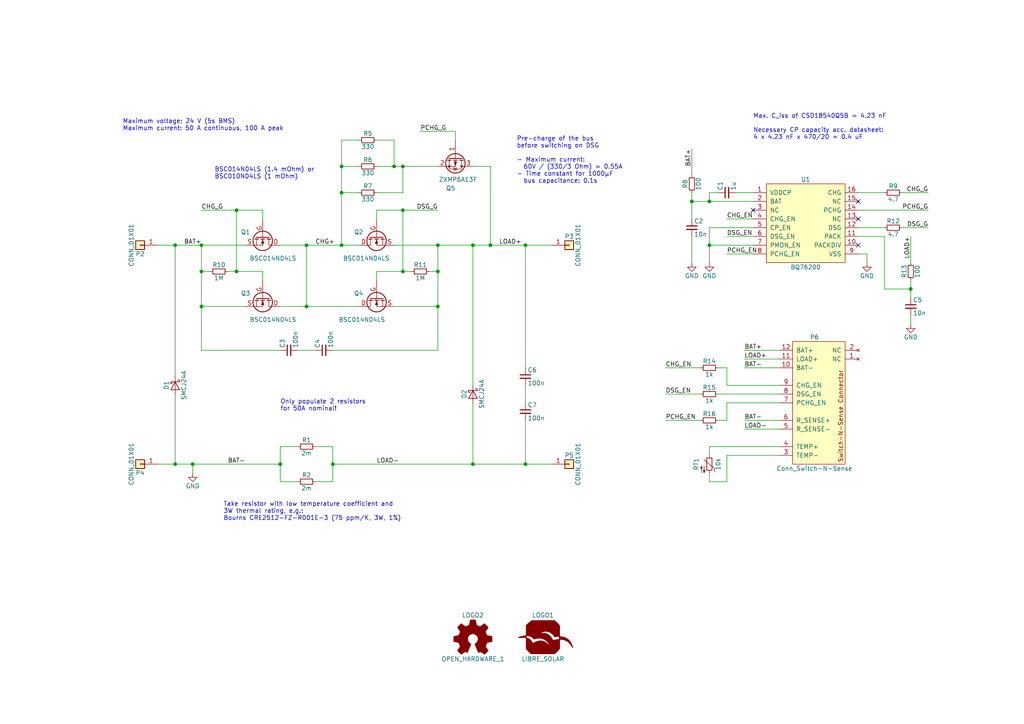
<source format=kicad_sch>
(kicad_sch (version 20230121) (generator eeschema)
  (paper "A4")
  (title_block (rev "0.2"))
  (lib_symbols
    (symbol "Project:BQ76200" (pin_names (offset 1.016))
      (property "Reference" "U" (at 0 12.7 0))
      (property "Value" "BQ76200" (at 0 -12.7 0))
      (symbol "BQ76200_1_1"
        (pin output line (at -15.24 8.89 0) (length 3.81) (name "VDDCP") (number "1"))
        (pin output line (at 15.24 -6.35 180) (length 3.81) (name "PACKDIV") (number "10"))
        (pin power_in line (at 15.24 -3.81 180) (length 3.81) (name "PACK") (number "11"))
        (pin output line (at 15.24 -1.27 180) (length 3.81) (name "DSG") (number "12"))
        (pin no_connect line (at 15.24 1.27 180) (length 3.81) (name "NC") (number "13"))
        (pin output line (at 15.24 3.81 180) (length 3.81) (name "PCHG") (number "14"))
        (pin no_connect line (at 15.24 6.35 180) (length 3.81) (name "NC") (number "15"))
        (pin output line (at 15.24 8.89 180) (length 3.81) (name "CHG") (number "16"))
        (pin power_in line (at -15.24 6.35 0) (length 3.81) (name "BAT") (number "2"))
        (pin no_connect line (at -15.24 3.81 0) (length 3.81) (name "NC") (number "3"))
        (pin input line (at -15.24 1.27 0) (length 3.81) (name "CHG_EN") (number "4"))
        (pin input line (at -15.24 -1.27 0) (length 3.81) (name "CP_EN") (number "5"))
        (pin input line (at -15.24 -3.81 0) (length 3.81) (name "DSG_EN") (number "6"))
        (pin input line (at -15.24 -6.35 0) (length 3.81) (name "PMON_EN") (number "7"))
        (pin input line (at -15.24 -8.89 0) (length 3.81) (name "PCHG_EN") (number "8"))
        (pin power_in line (at 15.24 -8.89 180) (length 3.81) (name "VSS") (number "9"))
      )
    )
    (symbol "Project:C" (pin_numbers hide) (pin_names (offset 0.254) hide)
      (property "Reference" "C" (at 0.635 1.905 0))
      (property "Value" "C" (at 0.635 -1.905 0))
      (symbol "C_1_1"
        (pin passive line (at 0 2.54 270) (length 1.905) (name "~") (number "1"))
        (pin passive line (at 0 -2.54 90) (length 2.032) (name "~") (number "2"))
      )
    )
    (symbol "Project:Conn_01x01" (pin_names (offset 1.016) hide)
      (property "Reference" "J" (at 0 2.54 0))
      (property "Value" "Conn_01x01" (at 0 -2.54 0))
      (symbol "Conn_01x01_1_1"
        (pin passive line (at -5.08 0 0) (length 3.81) (name "Pin_1") (number "1"))
      )
    )
    (symbol "Project:Conn_Switch-N-Sense_Inverted" (pin_names (offset 1.016))
      (property "Reference" "P" (at 0 19.05 0))
      (property "Value" "Conn_Switch-N-Sense_Inverted" (at 0 -19.05 0))
      (symbol "Conn_Switch-N-Sense_Inverted_0_0"
        (text "Switch-N-Sense Connector" (at 7.62 -3.81 900) (effects (font (size 1.27 1.27))))
      )
      (symbol "Conn_Switch-N-Sense_Inverted_1_1"
        (pin no_connect line (at 12.7 12.7 180) (length 3.81) (name "NC") (number "1"))
        (pin passive line (at -10.16 10.16 0) (length 3.81) (name "BAT-") (number "10"))
        (pin passive line (at -10.16 12.7 0) (length 3.81) (name "LOAD+") (number "11"))
        (pin passive line (at -10.16 15.24 0) (length 3.81) (name "BAT+") (number "12"))
        (pin no_connect line (at 12.7 15.24 180) (length 3.81) (name "NC") (number "2"))
        (pin passive line (at -10.16 -15.24 0) (length 3.81) (name "TEMP-") (number "3"))
        (pin passive line (at -10.16 -12.7 0) (length 3.81) (name "TEMP+") (number "4"))
        (pin passive line (at -10.16 -7.62 0) (length 3.81) (name "R_SENSE-") (number "5"))
        (pin passive line (at -10.16 -5.08 0) (length 3.81) (name "R_SENSE+") (number "6"))
        (pin passive line (at -10.16 0 0) (length 3.81) (name "PCHG_EN") (number "7"))
        (pin passive line (at -10.16 2.54 0) (length 3.81) (name "DSG_EN") (number "8"))
        (pin passive line (at -10.16 5.08 0) (length 3.81) (name "CHG_EN") (number "9"))
      )
    )
    (symbol "Project:D_Schottky" (pin_numbers hide) (pin_names (offset 0.254) hide)
      (property "Reference" "D" (at 0 2.54 0))
      (property "Value" "D_Schottky" (at 0 -2.54 0))
      (symbol "D_Schottky_1_1"
        (pin passive line (at -2.54 0 0) (length 1.27) (name "K") (number "1"))
        (pin passive line (at 2.54 0 180) (length 1.27) (name "A") (number "2"))
      )
    )
    (symbol "Project:LibreSolar_Logo" (pin_numbers hide) (pin_names (offset 1.016) hide)
      (property "Reference" "LOGO" (at 0 6.985 0))
      (property "Value" "LibreSolar_Logo" (at 0 -5.715 0))
    )
    (symbol "Project:Logo_Open_Hardware_Small" (pin_names (offset 1.016)))
    (symbol "Project:Q_PMOS_GSD" (pin_names (offset 0) hide)
      (property "Reference" "Q" (at 5.08 1.27 0))
      (property "Value" "Q_PMOS_GSD" (at 5.08 -1.27 0))
      (symbol "Q_PMOS_GSD_1_1"
        (pin input line (at -5.08 0 0) (length 5.08) (name "G") (number "1"))
        (pin passive line (at 2.54 -5.08 90) (length 2.54) (name "S") (number "2"))
        (pin passive line (at 2.54 5.08 270) (length 2.54) (name "D") (number "3"))
      )
    )
    (symbol "Project:R" (pin_numbers hide) (pin_names (offset 0.254) hide)
      (property "Reference" "R" (at -1.905 0 90))
      (property "Value" "R" (at 1.905 0 90))
      (symbol "R_1_1"
        (pin passive line (at 0 2.54 270) (length 0.762) (name "~") (number "1"))
        (pin passive line (at 0 -2.54 90) (length 0.762) (name "~") (number "2"))
      )
    )
    (symbol "Project:R_NTC" (pin_numbers hide) (pin_names (offset 0))
      (property "Reference" "RT" (at -3.81 0 90))
      (property "Value" "R_NTC" (at 2.54 0 90))
      (symbol "R_NTC_1_1"
        (pin passive line (at 0 2.54 270) (length 0.762) (name "~") (number "1"))
        (pin passive line (at 0 -2.54 90) (length 0.762) (name "~") (number "2"))
      )
    )
    (symbol "Switch-N-Sense-rescue:Q_NMOS-LibreSolar" (pin_names (offset 0) hide)
      (property "Reference" "Q" (at 5.08 1.27 0))
      (property "Value" "LibreSolar:Q_NMOS" (at 5.08 -1.27 0))
      (symbol "Q_NMOS-LibreSolar_1_1"
        (pin passive line (at 2.54 5.08 270) (length 2.54) (name "D") (number "D"))
        (pin input line (at -5.08 0 0) (length 5.334) (name "G") (number "G"))
        (pin passive line (at 2.54 -5.08 90) (length 2.54) (name "S") (number "S"))
      )
    )
    (symbol "power:GND" (power) (pin_names (offset 0))
      (property "Value" "GND" (at 0 -3.81 0))
      (symbol "GND_1_1"
        (pin power_in line (at 0 0 270) (length 0) hide (name "GND") (number "1"))
      )
    )
  )
  (junction (at 127 71.12))
  (junction (at 142.24 71.12))
  (junction (at 68.58 60.96))
  (junction (at 137.16 134.62))
  (junction (at 205.74 58.42))
  (junction (at 88.9 71.12))
  (junction (at 114.3 48.26))
  (junction (at 81.28 134.62))
  (junction (at 127 78.74))
  (junction (at 116.84 78.74))
  (junction (at 58.42 78.74))
  (junction (at 137.16 71.12))
  (junction (at 116.84 48.26))
  (junction (at 58.42 88.9))
  (junction (at 55.88 134.62))
  (junction (at 99.06 55.88))
  (junction (at 50.8 71.12))
  (junction (at 96.52 134.62))
  (junction (at 152.4 134.62))
  (junction (at 116.84 60.96))
  (junction (at 68.58 78.74))
  (junction (at 127 88.9))
  (junction (at 88.9 88.9))
  (junction (at 58.42 71.12))
  (junction (at 152.4 71.12))
  (junction (at 50.8 134.62))
  (junction (at 264.16 83.82))
  (junction (at 200.66 58.42))
  (junction (at 99.06 48.26))
  (junction (at 99.06 71.12))
  (junction (at 205.74 71.12))
  (no_connect (at 248.92 71.12))
  (no_connect (at 248.92 58.42))
  (no_connect (at 248.92 63.5))
  (no_connect (at 218.44 60.96))
  (wire (pts (xy 152.4 106.68) (xy 152.4 71.12)))
  (wire (pts (xy 218.44 71.12) (xy 205.74 71.12)))
  (wire (pts (xy 104.14 40.64) (xy 99.06 40.64)))
  (wire (pts (xy 226.06 116.84) (xy 210.82 116.84)))
  (wire (pts (xy 127 71.12) (xy 127 78.74)))
  (wire (pts (xy 210.82 116.84) (xy 210.82 121.92)))
  (wire (pts (xy 205.74 129.54) (xy 226.06 129.54)))
  (wire (pts (xy 205.74 58.42) (xy 218.44 58.42)))
  (wire (pts (xy 142.24 48.26) (xy 142.24 71.12)))
  (wire (pts (xy 256.54 68.58) (xy 248.92 68.58)))
  (wire (pts (xy 218.44 68.58) (xy 210.82 68.58)))
  (wire (pts (xy 261.62 66.04) (xy 269.24 66.04)))
  (wire (pts (xy 142.24 48.26) (xy 137.16 48.26)))
  (wire (pts (xy 116.84 60.96) (xy 116.84 78.74)))
  (wire (pts (xy 205.74 66.04) (xy 205.74 71.12)))
  (wire (pts (xy 68.58 60.96) (xy 76.2 60.96)))
  (wire (pts (xy 50.8 71.12) (xy 58.42 71.12)))
  (wire (pts (xy 68.58 60.96) (xy 68.58 78.74)))
  (wire (pts (xy 114.3 48.26) (xy 114.3 40.64)))
  (wire (pts (xy 109.22 48.26) (xy 114.3 48.26)))
  (wire (pts (xy 248.92 60.96) (xy 269.24 60.96)))
  (wire (pts (xy 124.46 78.74) (xy 127 78.74)))
  (wire (pts (xy 60.96 78.74) (xy 58.42 78.74)))
  (wire (pts (xy 226.06 104.14) (xy 215.9 104.14)))
  (wire (pts (xy 96.52 129.54) (xy 96.52 134.62)))
  (wire (pts (xy 55.88 134.62) (xy 81.28 134.62)))
  (wire (pts (xy 114.3 71.12) (xy 127 71.12)))
  (wire (pts (xy 200.66 58.42) (xy 200.66 63.5)))
  (wire (pts (xy 205.74 139.7) (xy 205.74 137.16)))
  (wire (pts (xy 45.72 71.12) (xy 50.8 71.12)))
  (wire (pts (xy 218.44 73.66) (xy 210.82 73.66)))
  (wire (pts (xy 226.06 111.76) (xy 210.82 111.76)))
  (wire (pts (xy 88.9 71.12) (xy 99.06 71.12)))
  (wire (pts (xy 96.52 139.7) (xy 96.52 134.62)))
  (wire (pts (xy 50.8 134.62) (xy 55.88 134.62)))
  (wire (pts (xy 99.06 55.88) (xy 104.14 55.88)))
  (wire (pts (xy 109.22 78.74) (xy 116.84 78.74)))
  (wire (pts (xy 226.06 124.46) (xy 215.9 124.46)))
  (wire (pts (xy 81.28 129.54) (xy 81.28 134.62)))
  (wire (pts (xy 76.2 60.96) (xy 76.2 63.5)))
  (wire (pts (xy 264.16 93.98) (xy 264.16 91.44)))
  (wire (pts (xy 264.16 83.82) (xy 264.16 86.36)))
  (wire (pts (xy 55.88 137.16) (xy 55.88 134.62)))
  (wire (pts (xy 132.08 38.1) (xy 121.92 38.1)))
  (wire (pts (xy 152.4 111.76) (xy 152.4 116.84)))
  (wire (pts (xy 50.8 134.62) (xy 50.8 114.3)))
  (wire (pts (xy 205.74 129.54) (xy 205.74 132.08)))
  (wire (pts (xy 218.44 66.04) (xy 205.74 66.04)))
  (wire (pts (xy 127 78.74) (xy 127 88.9)))
  (wire (pts (xy 203.2 121.92) (xy 193.04 121.92)))
  (wire (pts (xy 226.06 114.3) (xy 208.28 114.3)))
  (wire (pts (xy 210.82 132.08) (xy 210.82 139.7)))
  (wire (pts (xy 248.92 66.04) (xy 256.54 66.04)))
  (wire (pts (xy 58.42 101.6) (xy 81.28 101.6)))
  (wire (pts (xy 58.42 60.96) (xy 68.58 60.96)))
  (wire (pts (xy 127 88.9) (xy 127 101.6)))
  (wire (pts (xy 109.22 60.96) (xy 116.84 60.96)))
  (wire (pts (xy 88.9 88.9) (xy 104.14 88.9)))
  (wire (pts (xy 91.44 129.54) (xy 96.52 129.54)))
  (wire (pts (xy 264.16 81.28) (xy 264.16 83.82)))
  (wire (pts (xy 137.16 134.62) (xy 152.4 134.62)))
  (wire (pts (xy 81.28 71.12) (xy 88.9 71.12)))
  (wire (pts (xy 261.62 55.88) (xy 269.24 55.88)))
  (wire (pts (xy 152.4 134.62) (xy 160.02 134.62)))
  (wire (pts (xy 251.46 73.66) (xy 251.46 76.2)))
  (wire (pts (xy 210.82 121.92) (xy 208.28 121.92)))
  (wire (pts (xy 109.22 63.5) (xy 109.22 60.96)))
  (wire (pts (xy 91.44 139.7) (xy 96.52 139.7)))
  (wire (pts (xy 264.16 76.2) (xy 264.16 68.58)))
  (wire (pts (xy 248.92 55.88) (xy 256.54 55.88)))
  (wire (pts (xy 208.28 55.88) (xy 205.74 55.88)))
  (wire (pts (xy 116.84 78.74) (xy 119.38 78.74)))
  (wire (pts (xy 116.84 48.26) (xy 127 48.26)))
  (wire (pts (xy 66.04 78.74) (xy 68.58 78.74)))
  (wire (pts (xy 200.66 68.58) (xy 200.66 76.2)))
  (wire (pts (xy 99.06 40.64) (xy 99.06 48.26)))
  (wire (pts (xy 248.92 73.66) (xy 251.46 73.66)))
  (wire (pts (xy 76.2 78.74) (xy 76.2 81.28)))
  (wire (pts (xy 142.24 71.12) (xy 152.4 71.12)))
  (wire (pts (xy 218.44 55.88) (xy 213.36 55.88)))
  (wire (pts (xy 99.06 48.26) (xy 99.06 55.88)))
  (wire (pts (xy 86.36 129.54) (xy 81.28 129.54)))
  (wire (pts (xy 200.66 55.88) (xy 200.66 58.42)))
  (wire (pts (xy 205.74 71.12) (xy 205.74 76.2)))
  (wire (pts (xy 137.16 116.84) (xy 137.16 134.62)))
  (wire (pts (xy 114.3 48.26) (xy 116.84 48.26)))
  (wire (pts (xy 58.42 71.12) (xy 71.12 71.12)))
  (wire (pts (xy 127 88.9) (xy 114.3 88.9)))
  (wire (pts (xy 200.66 50.8) (xy 200.66 43.18)))
  (wire (pts (xy 127 71.12) (xy 137.16 71.12)))
  (wire (pts (xy 99.06 48.26) (xy 104.14 48.26)))
  (wire (pts (xy 203.2 114.3) (xy 193.04 114.3)))
  (wire (pts (xy 226.06 121.92) (xy 215.9 121.92)))
  (wire (pts (xy 50.8 109.22) (xy 50.8 71.12)))
  (wire (pts (xy 218.44 63.5) (xy 210.82 63.5)))
  (wire (pts (xy 68.58 78.74) (xy 76.2 78.74)))
  (wire (pts (xy 81.28 139.7) (xy 86.36 139.7)))
  (wire (pts (xy 58.42 71.12) (xy 58.42 78.74)))
  (wire (pts (xy 226.06 101.6) (xy 215.9 101.6)))
  (wire (pts (xy 116.84 55.88) (xy 116.84 48.26)))
  (wire (pts (xy 114.3 40.64) (xy 109.22 40.64)))
  (wire (pts (xy 81.28 88.9) (xy 88.9 88.9)))
  (wire (pts (xy 88.9 71.12) (xy 88.9 88.9)))
  (wire (pts (xy 58.42 88.9) (xy 58.42 101.6)))
  (wire (pts (xy 99.06 55.88) (xy 99.06 71.12)))
  (wire (pts (xy 109.22 55.88) (xy 116.84 55.88)))
  (wire (pts (xy 137.16 71.12) (xy 142.24 71.12)))
  (wire (pts (xy 81.28 134.62) (xy 81.28 139.7)))
  (wire (pts (xy 210.82 139.7) (xy 205.74 139.7)))
  (wire (pts (xy 210.82 132.08) (xy 226.06 132.08)))
  (wire (pts (xy 226.06 106.68) (xy 215.9 106.68)))
  (wire (pts (xy 132.08 40.64) (xy 132.08 38.1)))
  (wire (pts (xy 127 101.6) (xy 96.52 101.6)))
  (wire (pts (xy 137.16 71.12) (xy 137.16 111.76)))
  (wire (pts (xy 45.72 134.62) (xy 50.8 134.62)))
  (wire (pts (xy 256.54 83.82) (xy 256.54 68.58)))
  (wire (pts (xy 58.42 78.74) (xy 58.42 88.9)))
  (wire (pts (xy 205.74 55.88) (xy 205.74 58.42)))
  (wire (pts (xy 200.66 58.42) (xy 205.74 58.42)))
  (wire (pts (xy 58.42 88.9) (xy 71.12 88.9)))
  (wire (pts (xy 264.16 83.82) (xy 256.54 83.82)))
  (wire (pts (xy 91.44 101.6) (xy 86.36 101.6)))
  (wire (pts (xy 116.84 60.96) (xy 127 60.96)))
  (wire (pts (xy 109.22 78.74) (xy 109.22 81.28)))
  (wire (pts (xy 99.06 71.12) (xy 104.14 71.12)))
  (wire (pts (xy 203.2 106.68) (xy 193.04 106.68)))
  (wire (pts (xy 210.82 111.76) (xy 210.82 106.68)))
  (wire (pts (xy 152.4 71.12) (xy 160.02 71.12)))
  (wire (pts (xy 96.52 134.62) (xy 137.16 134.62)))
  (wire (pts (xy 210.82 106.68) (xy 208.28 106.68)))
  (wire (pts (xy 152.4 121.92) (xy 152.4 134.62)))
  (text "Take resistor with low temperature coefficient and \n3W thermal rating, e.g.:\nBourns CRE2512-FZ-R001E-3 (75 ppm/K, 3W, 1%)" (at 64.77 151.13 0) (effects (font (size 1.27 1.27)) (justify left bottom)))
  (text "Max. C_iss of CSD18540Q5B = 4.23 nF\n\nNecessary CP capacity acc. datasheet:\n4 x 4.23 nF x 470/20 = 0.4 uF" (at 218.44 40.64 0) (effects (font (size 1.27 1.27)) (justify left bottom)))
  (text "Pre-charge of the bus\nbefore switching on DSG\n\n- Maximum current:\n  60V / (330/3 Ohm) = 0.55A\n- Time constant for 1000µF\n  bus capacitance: 0.1s" (at 149.86 53.34 0) (effects (font (size 1.27 1.27)) (justify left bottom)))
  (text "Maximum voltage: 24 V (5s BMS)\nMaximum current: 50 A continuous, 100 A peak" (at 35.56 38.1 0) (effects (font (size 1.27 1.27)) (justify left bottom)))
  (text "BSC014N04LS (1.4 mOhm) or \nBSC010N04LS (1 mOhm)" (at 62.23 52.07 0) (effects (font (size 1.27 1.27)) (justify left bottom)))
  (text "Only populate 2 resistors\nfor 50A nominal!" (at 81.28 119.38 0) (effects (font (size 1.27 1.27)) (justify left bottom)))
  (label "DSG_G" (at 127 60.96 180))
  (label "PCHG_G" (at 121.92 38.1 0))
  (label "BAT-" (at 66.04 134.62 0))
  (label "BAT+" (at 200.66 43.18 270))
  (label "PCHG_G" (at 269.24 60.96 180))
  (label "CHG+" (at 91.44 71.12 0))
  (label "CHG_EN" (at 193.04 106.68 0))
  (label "DSG_G" (at 269.24 66.04 180))
  (label "CHG_G" (at 269.24 55.88 180))
  (label "LOAD+" (at 144.78 71.12 0))
  (label "LOAD+" (at 264.16 68.58 270))
  (label "BAT-" (at 215.9 106.68 0))
  (label "BAT+" (at 53.34 71.12 0))
  (label "PCHG_EN" (at 210.82 73.66 0))
  (label "LOAD-" (at 215.9 124.46 0))
  (label "LOAD+" (at 215.9 104.14 0))
  (label "PCHG_EN" (at 193.04 121.92 0))
  (label "LOAD-" (at 109.22 134.62 0))
  (label "CHG_G" (at 58.42 60.96 0))
  (label "DSG_EN" (at 193.04 114.3 0))
  (label "CHG_EN" (at 210.82 63.5 0))
  (label "BAT-" (at 215.9 121.92 0))
  (label "DSG_EN" (at 210.82 68.58 0))
  (label "BAT+" (at 215.9 101.6 0))
  (symbol (lib_id "Project:LibreSolar_Logo") (at 157.48 185.42 0) (unit 1)
    (property "Reference" "LOGO1" (at 157.48 178.435 0))
    (property "Value" "LIBRE_SOLAR" (at 157.48 191.135 0))
    (property "Footprint" "LibreSolar:LIBRESOLAR_LOGO" (effects hide))
  )
  (symbol (lib_id "Project:R") (at 205.74 106.68 270) (unit 1)
    (property "Reference" "R14" (at 205.74 104.775 90))
    (property "Value" "1k" (at 205.74 108.585 90))
    (property "Footprint" "LibreSolar:R_0603_1608" (effects hide))
    (property "Manufacturer" "Yageo" (effects hide))
    (property "PartNumber" "RC0603FR-071KL" (effects hide))
  )
  (symbol (lib_id "Project:R") (at 205.74 114.3 270) (unit 1)
    (property "Reference" "R15" (at 205.74 112.395 90))
    (property "Value" "1k" (at 205.74 116.205 90))
    (property "Footprint" "LibreSolar:R_0603_1608" (effects hide))
    (property "Manufacturer" "Yageo" (effects hide))
    (property "PartNumber" "RC0603FR-071KL" (effects hide))
  )
  (symbol (lib_id "Project:R") (at 205.74 121.92 270) (unit 1)
    (property "Reference" "R16" (at 205.74 120.015 90))
    (property "Value" "1k" (at 205.74 123.825 90))
    (property "Footprint" "LibreSolar:R_0603_1608" (effects hide))
    (property "Manufacturer" "Yageo" (effects hide))
    (property "PartNumber" "RC0603FR-071KL" (effects hide))
  )
  (symbol (lib_id "Project:Logo_Open_Hardware_Small") (at 137.16 185.42 0) (unit 1)
    (property "Reference" "LOGO2" (at 137.16 178.435 0))
    (property "Value" "OPEN_HARDWARE_1" (at 137.16 191.135 0))
    (property "Footprint" "Symbol:OSHW-Logo_5.7x6mm_SilkScreen" (effects hide))
  )
  (symbol (lib_id "Project:Conn_Switch-N-Sense_Inverted") (at 236.22 116.84 0) (unit 1)
    (property "Reference" "P6" (at 236.22 97.79 0))
    (property "Value" "Conn_Switch-N-Sense" (at 236.22 135.89 0))
    (property "Footprint" "LibreSolar:Wuerth_WR-FPC_686112148922" (effects hide))
    (property "Manufacturer" "Wuerth" (effects hide))
    (property "PartNumber" "686112148922" (effects hide))
  )
  (symbol (lib_id "Project:R_NTC") (at 205.74 134.62 0) (unit 1)
    (property "Reference" "RT1" (at 201.93 134.62 90))
    (property "Value" "10k" (at 208.28 134.62 90))
    (property "Footprint" "LibreSolar:R_0603_1608" (effects hide))
    (property "Manufacturer" "TDK" (effects hide))
    (property "PartNumber" "NTCG163JF103FT1S" (effects hide))
  )
  (symbol (lib_id "Switch-N-Sense-rescue:Q_NMOS-LibreSolar") (at 76.2 68.58 270) (unit 1)
    (property "Reference" "Q1" (at 69.85 67.31 90) (effects (justify left)))
    (property "Value" "BSC014N04LS" (at 72.39 74.93 90) (effects (justify left)))
    (property "Footprint" "LibreSolar:5X6_MOSFET" (effects hide))
    (property "Manufacturer" "Infineon" (effects hide))
    (property "PartNumber" "BSC014N04LS" (effects hide))
  )
  (symbol (lib_id "Switch-N-Sense-rescue:Q_NMOS-LibreSolar") (at 76.2 86.36 270) (unit 1)
    (property "Reference" "Q3" (at 69.85 85.09 90) (effects (justify left)))
    (property "Value" "BSC014N04LS" (at 72.39 92.71 90) (effects (justify left)))
    (property "Footprint" "LibreSolar:5X6_MOSFET" (effects hide))
    (property "Manufacturer" "Infineon" (effects hide))
    (property "PartNumber" "BSC014N04LS" (effects hide))
  )
  (symbol (lib_id "Switch-N-Sense-rescue:Q_NMOS-LibreSolar") (at 109.22 68.58 90) (mirror x) (unit 1)
    (property "Reference" "Q2" (at 105.41 67.31 90) (effects (justify left)))
    (property "Value" "BSC014N04LS" (at 113.03 74.93 90) (effects (justify left)))
    (property "Footprint" "LibreSolar:5X6_MOSFET" (effects hide))
    (property "Manufacturer" "Infineon" (effects hide))
    (property "PartNumber" "BSC014N04LS" (effects hide))
  )
  (symbol (lib_id "Switch-N-Sense-rescue:Q_NMOS-LibreSolar") (at 109.22 86.36 90) (mirror x) (unit 1)
    (property "Reference" "Q4" (at 105.41 85.09 90) (effects (justify left)))
    (property "Value" "BSC014N04LS" (at 111.76 92.71 90) (effects (justify left)))
    (property "Footprint" "LibreSolar:5X6_MOSFET" (effects hide))
    (property "Manufacturer" "Infineon" (effects hide))
    (property "PartNumber" "BSC014N04LS" (effects hide))
  )
  (symbol (lib_id "Project:Conn_01x01") (at 165.1 71.12 0) (unit 1)
    (property "Reference" "P3" (at 165.1 68.58 0))
    (property "Value" "CONN_01X01" (at 167.64 71.12 90))
    (property "Footprint" "LibreSolar:Wuerth_WP-THRBU" (effects hide))
    (property "Manufacturer" "Wuerth" (effects hide))
    (property "PartNumber" "74650195" (effects hide))
  )
  (symbol (lib_id "Project:Conn_01x01") (at 40.64 71.12 180) (unit 1)
    (property "Reference" "P2" (at 40.64 73.66 0))
    (property "Value" "CONN_01X01" (at 38.1 71.12 90))
    (property "Footprint" "LibreSolar:Wuerth_WP-THRBU" (effects hide))
    (property "Manufacturer" "Wuerth" (effects hide))
    (property "PartNumber" "74650195" (effects hide))
  )
  (symbol (lib_id "Project:R") (at 88.9 129.54 270) (unit 1)
    (property "Reference" "R1" (at 88.9 127.635 90))
    (property "Value" "2m" (at 88.9 131.445 90))
    (property "Footprint" "LibreSolar:R_Bourns_CRE2512" (effects hide))
    (property "Manufacturer" "Bourns" (effects hide))
    (property "PartNumber" "CRE2512-FZ-R002E-3" (effects hide))
  )
  (symbol (lib_id "Project:R") (at 88.9 139.7 270) (unit 1)
    (property "Reference" "R2" (at 88.9 137.795 90))
    (property "Value" "2m" (at 88.9 141.605 90))
    (property "Footprint" "LibreSolar:R_Bourns_CRE2512" (effects hide))
    (property "Manufacturer" "Bourns" (effects hide))
    (property "PartNumber" "CRE2512-FZ-R002E-3" (effects hide))
  )
  (symbol (lib_id "Project:D_Schottky") (at 50.8 111.76 90) (mirror x) (unit 1)
    (property "Reference" "D1" (at 48.26 111.76 0))
    (property "Value" "SMCJ24A" (at 53.34 111.76 0))
    (property "Footprint" "LibreSolar:D_SMC" (effects hide))
    (property "Manufacturer" "Bourns" (effects hide))
    (property "PartNumber" "SMCJ24A" (effects hide))
  )
  (symbol (lib_id "Project:D_Schottky") (at 137.16 114.3 90) (mirror x) (unit 1)
    (property "Reference" "D2" (at 134.62 114.3 0))
    (property "Value" "SMCJ24A" (at 139.7 114.3 0))
    (property "Footprint" "LibreSolar:D_SMC" (effects hide))
    (property "Manufacturer" "Bourns" (effects hide))
    (property "PartNumber" "SMCJ24A" (effects hide))
  )
  (symbol (lib_id "Project:C") (at 152.4 109.22 0) (unit 1)
    (property "Reference" "C6" (at 153.035 107.315 0) (effects (justify left)))
    (property "Value" "100n" (at 153.035 111.125 0) (effects (justify left)))
    (property "Footprint" "LibreSolar:C_0603_1608" (effects hide))
    (property "Manufacturer" "Yageo" (effects hide))
    (property "PartNumber" "CC0603KRX7R9BB104" (effects hide))
  )
  (symbol (lib_id "Project:C") (at 152.4 119.38 0) (unit 1)
    (property "Reference" "C7" (at 153.035 117.475 0) (effects (justify left)))
    (property "Value" "100n" (at 153.035 121.285 0) (effects (justify left)))
    (property "Footprint" "LibreSolar:C_0603_1608" (effects hide))
    (property "Manufacturer" "Yageo" (effects hide))
    (property "PartNumber" "CC0603KRX7R9BB104" (effects hide))
  )
  (symbol (lib_id "Project:C") (at 83.82 101.6 90) (unit 1)
    (property "Reference" "C3" (at 81.915 100.965 0) (effects (justify left)))
    (property "Value" "100n" (at 85.725 100.965 0) (effects (justify left)))
    (property "Footprint" "LibreSolar:C_0603_1608" (effects hide))
    (property "Manufacturer" "Yageo" (effects hide))
    (property "PartNumber" "CC0603KRX7R9BB104" (effects hide))
  )
  (symbol (lib_id "Project:C") (at 93.98 101.6 90) (unit 1)
    (property "Reference" "C4" (at 92.075 100.965 0) (effects (justify left)))
    (property "Value" "100n" (at 95.885 100.965 0) (effects (justify left)))
    (property "Footprint" "LibreSolar:C_0603_1608" (effects hide))
    (property "Manufacturer" "Yageo" (effects hide))
    (property "PartNumber" "CC0603KRX7R9BB104" (effects hide))
  )
  (symbol (lib_id "Project:Q_PMOS_GSD") (at 132.08 45.72 270) (unit 1)
    (property "Reference" "Q5" (at 132.08 54.61 90) (effects (justify right)))
    (property "Value" "ZXMP6A13F" (at 138.43 52.07 90) (effects (justify right)))
    (property "Footprint" "LibreSolar:SOT-23" (effects hide))
    (property "Manufacturer" "Diodes Incorporated" (effects hide))
    (property "PartNumber" "ZXMP6A13FTA" (effects hide))
    (property "Remarks" "-60V" (effects hide))
  )
  (symbol (lib_id "Project:R") (at 106.68 40.64 270) (unit 1)
    (property "Reference" "R5" (at 106.68 38.735 90))
    (property "Value" "330" (at 106.68 42.545 90))
    (property "Footprint" "LibreSolar:R_2010_5025" (effects hide))
    (property "Manufacturer" "Yageo" (effects hide))
    (property "PartNumber" "RC2010JK-07330RL" (effects hide))
  )
  (symbol (lib_id "Project:R") (at 106.68 48.26 270) (unit 1)
    (property "Reference" "R6" (at 106.68 46.355 90))
    (property "Value" "330" (at 106.68 50.165 90))
    (property "Footprint" "LibreSolar:R_2010_5025" (effects hide))
    (property "Manufacturer" "Yageo" (effects hide))
    (property "PartNumber" "RC2010JK-07330RL" (effects hide))
  )
  (symbol (lib_id "Project:R") (at 106.68 55.88 270) (unit 1)
    (property "Reference" "R7" (at 106.68 53.975 90))
    (property "Value" "330" (at 106.68 57.785 90))
    (property "Footprint" "LibreSolar:R_2010_5025" (effects hide))
    (property "Manufacturer" "Yageo" (effects hide))
    (property "PartNumber" "RC2010JK-07330RL" (effects hide))
  )
  (symbol (lib_id "Project:R") (at 63.5 78.74 270) (unit 1)
    (property "Reference" "R10" (at 63.5 76.835 90))
    (property "Value" "1M" (at 63.5 80.645 90))
    (property "Footprint" "LibreSolar:R_0603_1608" (effects hide))
    (property "Manufacturer" "Yageo" (effects hide))
    (property "PartNumber" "RC0603FR-071ML" (effects hide))
  )
  (symbol (lib_id "Project:R") (at 121.92 78.74 270) (unit 1)
    (property "Reference" "R11" (at 121.92 76.835 90))
    (property "Value" "1M" (at 121.92 80.645 90))
    (property "Footprint" "LibreSolar:R_0603_1608" (effects hide))
    (property "Manufacturer" "Yageo" (effects hide))
    (property "PartNumber" "RC0603FR-071ML" (effects hide))
  )
  (symbol (lib_id "Project:Conn_01x01") (at 40.64 134.62 180) (unit 1)
    (property "Reference" "P4" (at 40.64 137.16 0))
    (property "Value" "CONN_01X01" (at 38.1 134.62 90))
    (property "Footprint" "LibreSolar:Wuerth_WP-THRBU" (effects hide))
    (property "Manufacturer" "Wuerth" (effects hide))
    (property "PartNumber" "74650195" (effects hide))
  )
  (symbol (lib_id "Project:Conn_01x01") (at 165.1 134.62 0) (unit 1)
    (property "Reference" "P5" (at 165.1 132.08 0))
    (property "Value" "CONN_01X01" (at 167.64 134.62 90))
    (property "Footprint" "LibreSolar:Wuerth_WP-THRBU" (effects hide))
    (property "Manufacturer" "Wuerth" (effects hide))
    (property "PartNumber" "74650195" (effects hide))
  )
  (symbol (lib_id "Project:BQ76200") (at 233.68 64.77 0) (unit 1)
    (property "Reference" "U1" (at 233.68 52.07 0))
    (property "Value" "BQ76200" (at 233.68 77.47 0))
    (property "Footprint" "Package_SO:TSSOP-16_4.4x5mm_P0.65mm" (effects hide))
    (property "Manufacturer" "Texas Instruments" (effects hide))
    (property "PartNumber" "BQ76200PWR" (effects hide))
  )
  (symbol (lib_id "Project:R") (at 259.08 55.88 270) (unit 1)
    (property "Reference" "R9" (at 259.08 53.975 90))
    (property "Value" "4.7" (at 259.08 57.785 90))
    (property "Footprint" "LibreSolar:R_0603_1608" (effects hide))
    (property "Manufacturer" "Yageo" (effects hide))
    (property "PartNumber" "RC0603FR-074R7L" (effects hide))
  )
  (symbol (lib_id "Project:R") (at 259.08 66.04 270) (unit 1)
    (property "Reference" "R12" (at 259.08 64.135 90))
    (property "Value" "4.7" (at 259.08 67.945 90))
    (property "Footprint" "LibreSolar:R_0603_1608" (effects hide))
    (property "Manufacturer" "Yageo" (effects hide))
    (property "PartNumber" "RC0603FR-074R7L" (effects hide))
  )
  (symbol (lib_id "Project:C") (at 210.82 55.88 90) (unit 1)
    (property "Reference" "C1" (at 208.915 55.245 0) (effects (justify left)))
    (property "Value" "1u" (at 212.725 55.245 0) (effects (justify left)))
    (property "Footprint" "LibreSolar:C_0805_2012" (effects hide))
    (property "Manufacturer" "Yageo" (effects hide))
    (property "PartNumber" "CC0603KRX7R8BB105" (effects hide))
  )
  (symbol (lib_id "Project:R") (at 200.66 53.34 0) (mirror x) (unit 1)
    (property "Reference" "R8" (at 198.755 53.34 90))
    (property "Value" "100" (at 202.565 53.34 90))
    (property "Footprint" "LibreSolar:R_0603_1608" (effects hide))
    (property "Manufacturer" "Yageo" (effects hide))
    (property "PartNumber" "RC0603FR-07100RL" (effects hide))
  )
  (symbol (lib_id "Project:C") (at 200.66 66.04 0) (unit 1)
    (property "Reference" "C2" (at 201.295 64.135 0) (effects (justify left)))
    (property "Value" "10n" (at 201.295 67.945 0) (effects (justify left)))
    (property "Footprint" "LibreSolar:C_0603_1608" (effects hide))
    (property "Manufacturer" "Yageo" (effects hide))
    (property "PartNumber" "CC0603KRX7R9BB103" (effects hide))
  )
  (symbol (lib_id "power:GND") (at 200.66 76.2 0) (unit 1)
    (property "Reference" "#PWR01" (effects hide))
    (property "Value" "GND" (at 200.66 80.01 0))
  )
  (symbol (lib_id "power:GND") (at 55.88 137.16 0) (unit 1)
    (property "Reference" "#PWR02" (effects hide))
    (property "Value" "GND" (at 55.88 140.97 0))
  )
  (symbol (lib_id "power:GND") (at 205.74 76.2 0) (unit 1)
    (property "Reference" "#PWR03" (effects hide))
    (property "Value" "GND" (at 205.74 80.01 0))
  )
  (symbol (lib_id "Project:C") (at 264.16 88.9 0) (unit 1)
    (property "Reference" "C5" (at 264.795 86.995 0) (effects (justify left)))
    (property "Value" "10n" (at 264.795 90.805 0) (effects (justify left)))
    (property "Footprint" "LibreSolar:C_0603_1608" (effects hide))
    (property "Manufacturer" "Yageo" (effects hide))
    (property "PartNumber" "CC0603KRX7R9BB103" (effects hide))
  )
  (symbol (lib_id "Project:R") (at 264.16 78.74 0) (mirror x) (unit 1)
    (property "Reference" "R13" (at 262.255 78.74 90))
    (property "Value" "100" (at 266.065 78.74 90))
    (property "Footprint" "LibreSolar:R_0603_1608" (effects hide))
    (property "Manufacturer" "Yageo" (effects hide))
    (property "PartNumber" "RC0603FR-07100RL" (effects hide))
  )
  (symbol (lib_id "power:GND") (at 251.46 76.2 0) (unit 1)
    (property "Reference" "#PWR04" (effects hide))
    (property "Value" "GND" (at 251.46 80.01 0))
  )
  (symbol (lib_id "power:GND") (at 264.16 93.98 0) (unit 1)
    (property "Reference" "#PWR05" (effects hide))
    (property "Value" "GND" (at 264.16 97.79 0))
  )
)
</source>
